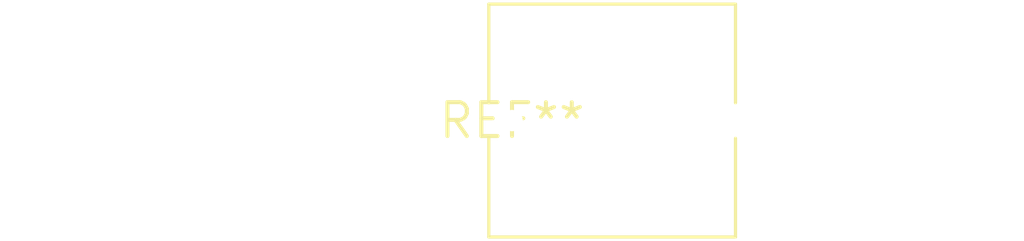
<source format=kicad_pcb>
(kicad_pcb (version 20240108) (generator pcbnew)
  (layers (0 "F.Cu" signal) (31 "B.Cu" signal) (34 "B.Paste" user) (35 "F.Paste" user) (36 "B.SilkS" user "B.Silkscreen") (37 "F.SilkS" user "F.Silkscreen") (38 "B.Mask" user) (39 "F.Mask" user) (44 "Edge.Cuts" user))
  (net 0 "")
  (footprint "C_Rect_L9.0mm_W8.5mm_P7.50mm_MKT" (layer "F.Cu") (at 0 0)
    (property "Reference" "REF**")
    (property "Value" "C_Rect_L9.0mm_W8.5mm_P7.50mm_MKT")
    (fp_line (start -0.87 -4.37) (end -0.87 -0.665) (layer "F.SilkS") (stroke (width 0.12)))
    (fp_line (start -0.87 -4.37) (end 8.37 -4.37) (layer "F.SilkS") (stroke (width 0.12)))
    (fp_line (start -0.87 0.665) (end -0.87 4.37) (layer "F.SilkS") (stroke (width 0.12)))
    (fp_line (start -0.87 4.37) (end 8.37 4.37) (layer "F.SilkS") (stroke (width 0.12)))
    (fp_line (start 8.37 -4.37) (end 8.37 -0.665) (layer "F.SilkS") (stroke (width 0.12)))
    (fp_line (start 8.37 0.665) (end 8.37 4.37) (layer "F.SilkS") (stroke (width 0.12)))
    (pad "1" thru_hole circle (at 0 0) (size 1.6 1.6) (drill 0.8) (layers *.Cu *.Mask) (remove_unused_layers))
    (pad "2" thru_hole circle (at 7.5 0) (size 1.6 1.6) (drill 0.8) (layers *.Cu *.Mask) (remove_unused_layers))
  )
)
</source>
